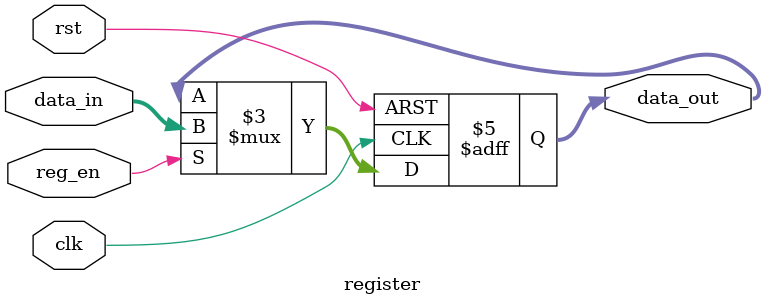
<source format=v>
module register (clk, reg_en, data_in, rst, data_out);
parameter REG_DEPTH = 16; // 16 bits words by default, regs[0:15] 
input clk;
input rst;
input reg_en;
input [REG_DEPTH-1:0] data_in;
output reg [REG_DEPTH-1:0] data_out; 

always @(posedge rst or posedge clk)
begin
    if (rst) data_out <= 0;
    else if (clk) begin
	    //data_out <= {REG_DEPTH-1{1'bz}};
	    if (reg_en) begin
		    data_out <= data_in;
		    //data_out <= (wr_rd==0) ? data_out : {REG_DEPTH-1{1'bz}};
	    end else
		    data_out <= data_out;
    end
end   

endmodule

</source>
